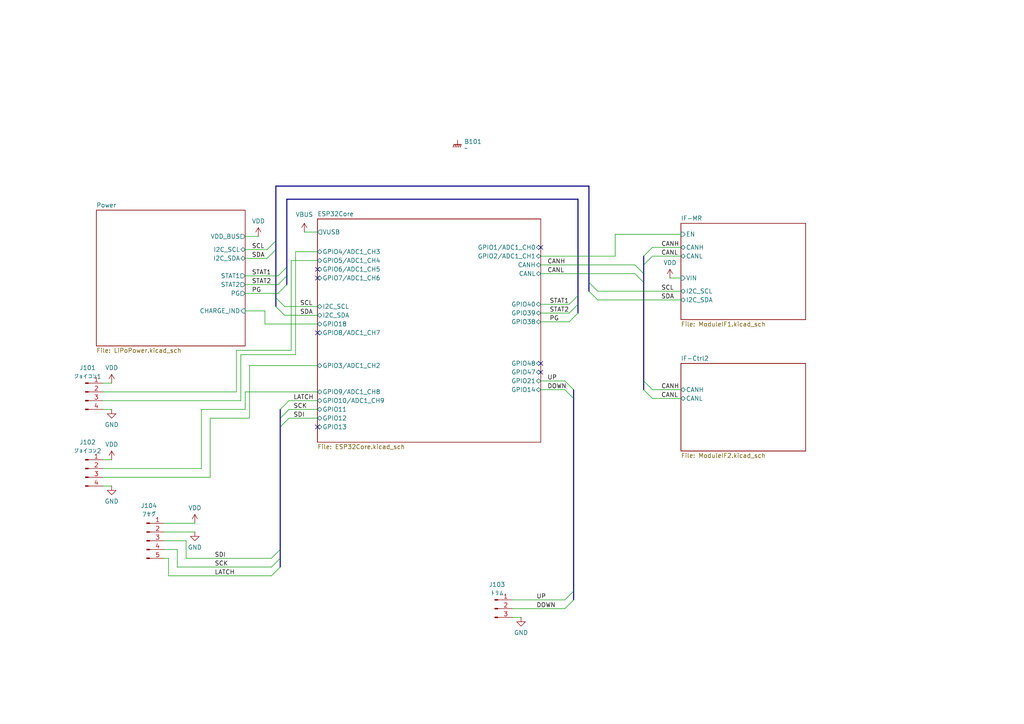
<source format=kicad_sch>
(kicad_sch
	(version 20231120)
	(generator "eeschema")
	(generator_version "8.0")
	(uuid "39a3f286-a766-4612-a8bf-4e53d682d5ae")
	(paper "A4")
	(lib_symbols
		(symbol "Connector:Conn_01x03_Pin"
			(pin_names
				(offset 1.016) hide)
			(exclude_from_sim no)
			(in_bom yes)
			(on_board yes)
			(property "Reference" "J"
				(at 0 5.08 0)
				(effects
					(font
						(size 1.27 1.27)
					)
				)
			)
			(property "Value" "Conn_01x03_Pin"
				(at 0 -5.08 0)
				(effects
					(font
						(size 1.27 1.27)
					)
				)
			)
			(property "Footprint" ""
				(at 0 0 0)
				(effects
					(font
						(size 1.27 1.27)
					)
					(hide yes)
				)
			)
			(property "Datasheet" "~"
				(at 0 0 0)
				(effects
					(font
						(size 1.27 1.27)
					)
					(hide yes)
				)
			)
			(property "Description" "Generic connector, single row, 01x03, script generated"
				(at 0 0 0)
				(effects
					(font
						(size 1.27 1.27)
					)
					(hide yes)
				)
			)
			(property "ki_locked" ""
				(at 0 0 0)
				(effects
					(font
						(size 1.27 1.27)
					)
				)
			)
			(property "ki_keywords" "connector"
				(at 0 0 0)
				(effects
					(font
						(size 1.27 1.27)
					)
					(hide yes)
				)
			)
			(property "ki_fp_filters" "Connector*:*_1x??_*"
				(at 0 0 0)
				(effects
					(font
						(size 1.27 1.27)
					)
					(hide yes)
				)
			)
			(symbol "Conn_01x03_Pin_1_1"
				(polyline
					(pts
						(xy 1.27 -2.54) (xy 0.8636 -2.54)
					)
					(stroke
						(width 0.1524)
						(type default)
					)
					(fill
						(type none)
					)
				)
				(polyline
					(pts
						(xy 1.27 0) (xy 0.8636 0)
					)
					(stroke
						(width 0.1524)
						(type default)
					)
					(fill
						(type none)
					)
				)
				(polyline
					(pts
						(xy 1.27 2.54) (xy 0.8636 2.54)
					)
					(stroke
						(width 0.1524)
						(type default)
					)
					(fill
						(type none)
					)
				)
				(rectangle
					(start 0.8636 -2.413)
					(end 0 -2.667)
					(stroke
						(width 0.1524)
						(type default)
					)
					(fill
						(type outline)
					)
				)
				(rectangle
					(start 0.8636 0.127)
					(end 0 -0.127)
					(stroke
						(width 0.1524)
						(type default)
					)
					(fill
						(type outline)
					)
				)
				(rectangle
					(start 0.8636 2.667)
					(end 0 2.413)
					(stroke
						(width 0.1524)
						(type default)
					)
					(fill
						(type outline)
					)
				)
				(pin passive line
					(at 5.08 2.54 180)
					(length 3.81)
					(name "Pin_1"
						(effects
							(font
								(size 1.27 1.27)
							)
						)
					)
					(number "1"
						(effects
							(font
								(size 1.27 1.27)
							)
						)
					)
				)
				(pin passive line
					(at 5.08 0 180)
					(length 3.81)
					(name "Pin_2"
						(effects
							(font
								(size 1.27 1.27)
							)
						)
					)
					(number "2"
						(effects
							(font
								(size 1.27 1.27)
							)
						)
					)
				)
				(pin passive line
					(at 5.08 -2.54 180)
					(length 3.81)
					(name "Pin_3"
						(effects
							(font
								(size 1.27 1.27)
							)
						)
					)
					(number "3"
						(effects
							(font
								(size 1.27 1.27)
							)
						)
					)
				)
			)
		)
		(symbol "Connector:Conn_01x04_Pin"
			(pin_names
				(offset 1.016) hide)
			(exclude_from_sim no)
			(in_bom yes)
			(on_board yes)
			(property "Reference" "J"
				(at 0 5.08 0)
				(effects
					(font
						(size 1.27 1.27)
					)
				)
			)
			(property "Value" "Conn_01x04_Pin"
				(at 0 -7.62 0)
				(effects
					(font
						(size 1.27 1.27)
					)
				)
			)
			(property "Footprint" ""
				(at 0 0 0)
				(effects
					(font
						(size 1.27 1.27)
					)
					(hide yes)
				)
			)
			(property "Datasheet" "~"
				(at 0 0 0)
				(effects
					(font
						(size 1.27 1.27)
					)
					(hide yes)
				)
			)
			(property "Description" "Generic connector, single row, 01x04, script generated"
				(at 0 0 0)
				(effects
					(font
						(size 1.27 1.27)
					)
					(hide yes)
				)
			)
			(property "ki_locked" ""
				(at 0 0 0)
				(effects
					(font
						(size 1.27 1.27)
					)
				)
			)
			(property "ki_keywords" "connector"
				(at 0 0 0)
				(effects
					(font
						(size 1.27 1.27)
					)
					(hide yes)
				)
			)
			(property "ki_fp_filters" "Connector*:*_1x??_*"
				(at 0 0 0)
				(effects
					(font
						(size 1.27 1.27)
					)
					(hide yes)
				)
			)
			(symbol "Conn_01x04_Pin_1_1"
				(polyline
					(pts
						(xy 1.27 -5.08) (xy 0.8636 -5.08)
					)
					(stroke
						(width 0.1524)
						(type default)
					)
					(fill
						(type none)
					)
				)
				(polyline
					(pts
						(xy 1.27 -2.54) (xy 0.8636 -2.54)
					)
					(stroke
						(width 0.1524)
						(type default)
					)
					(fill
						(type none)
					)
				)
				(polyline
					(pts
						(xy 1.27 0) (xy 0.8636 0)
					)
					(stroke
						(width 0.1524)
						(type default)
					)
					(fill
						(type none)
					)
				)
				(polyline
					(pts
						(xy 1.27 2.54) (xy 0.8636 2.54)
					)
					(stroke
						(width 0.1524)
						(type default)
					)
					(fill
						(type none)
					)
				)
				(rectangle
					(start 0.8636 -4.953)
					(end 0 -5.207)
					(stroke
						(width 0.1524)
						(type default)
					)
					(fill
						(type outline)
					)
				)
				(rectangle
					(start 0.8636 -2.413)
					(end 0 -2.667)
					(stroke
						(width 0.1524)
						(type default)
					)
					(fill
						(type outline)
					)
				)
				(rectangle
					(start 0.8636 0.127)
					(end 0 -0.127)
					(stroke
						(width 0.1524)
						(type default)
					)
					(fill
						(type outline)
					)
				)
				(rectangle
					(start 0.8636 2.667)
					(end 0 2.413)
					(stroke
						(width 0.1524)
						(type default)
					)
					(fill
						(type outline)
					)
				)
				(pin passive line
					(at 5.08 2.54 180)
					(length 3.81)
					(name "Pin_1"
						(effects
							(font
								(size 1.27 1.27)
							)
						)
					)
					(number "1"
						(effects
							(font
								(size 1.27 1.27)
							)
						)
					)
				)
				(pin passive line
					(at 5.08 0 180)
					(length 3.81)
					(name "Pin_2"
						(effects
							(font
								(size 1.27 1.27)
							)
						)
					)
					(number "2"
						(effects
							(font
								(size 1.27 1.27)
							)
						)
					)
				)
				(pin passive line
					(at 5.08 -2.54 180)
					(length 3.81)
					(name "Pin_3"
						(effects
							(font
								(size 1.27 1.27)
							)
						)
					)
					(number "3"
						(effects
							(font
								(size 1.27 1.27)
							)
						)
					)
				)
				(pin passive line
					(at 5.08 -5.08 180)
					(length 3.81)
					(name "Pin_4"
						(effects
							(font
								(size 1.27 1.27)
							)
						)
					)
					(number "4"
						(effects
							(font
								(size 1.27 1.27)
							)
						)
					)
				)
			)
		)
		(symbol "Connector:Conn_01x05_Pin"
			(pin_names
				(offset 1.016) hide)
			(exclude_from_sim no)
			(in_bom yes)
			(on_board yes)
			(property "Reference" "J"
				(at 0 7.62 0)
				(effects
					(font
						(size 1.27 1.27)
					)
				)
			)
			(property "Value" "Conn_01x05_Pin"
				(at 0 -7.62 0)
				(effects
					(font
						(size 1.27 1.27)
					)
				)
			)
			(property "Footprint" ""
				(at 0 0 0)
				(effects
					(font
						(size 1.27 1.27)
					)
					(hide yes)
				)
			)
			(property "Datasheet" "~"
				(at 0 0 0)
				(effects
					(font
						(size 1.27 1.27)
					)
					(hide yes)
				)
			)
			(property "Description" "Generic connector, single row, 01x05, script generated"
				(at 0 0 0)
				(effects
					(font
						(size 1.27 1.27)
					)
					(hide yes)
				)
			)
			(property "ki_locked" ""
				(at 0 0 0)
				(effects
					(font
						(size 1.27 1.27)
					)
				)
			)
			(property "ki_keywords" "connector"
				(at 0 0 0)
				(effects
					(font
						(size 1.27 1.27)
					)
					(hide yes)
				)
			)
			(property "ki_fp_filters" "Connector*:*_1x??_*"
				(at 0 0 0)
				(effects
					(font
						(size 1.27 1.27)
					)
					(hide yes)
				)
			)
			(symbol "Conn_01x05_Pin_1_1"
				(polyline
					(pts
						(xy 1.27 -5.08) (xy 0.8636 -5.08)
					)
					(stroke
						(width 0.1524)
						(type default)
					)
					(fill
						(type none)
					)
				)
				(polyline
					(pts
						(xy 1.27 -2.54) (xy 0.8636 -2.54)
					)
					(stroke
						(width 0.1524)
						(type default)
					)
					(fill
						(type none)
					)
				)
				(polyline
					(pts
						(xy 1.27 0) (xy 0.8636 0)
					)
					(stroke
						(width 0.1524)
						(type default)
					)
					(fill
						(type none)
					)
				)
				(polyline
					(pts
						(xy 1.27 2.54) (xy 0.8636 2.54)
					)
					(stroke
						(width 0.1524)
						(type default)
					)
					(fill
						(type none)
					)
				)
				(polyline
					(pts
						(xy 1.27 5.08) (xy 0.8636 5.08)
					)
					(stroke
						(width 0.1524)
						(type default)
					)
					(fill
						(type none)
					)
				)
				(rectangle
					(start 0.8636 -4.953)
					(end 0 -5.207)
					(stroke
						(width 0.1524)
						(type default)
					)
					(fill
						(type outline)
					)
				)
				(rectangle
					(start 0.8636 -2.413)
					(end 0 -2.667)
					(stroke
						(width 0.1524)
						(type default)
					)
					(fill
						(type outline)
					)
				)
				(rectangle
					(start 0.8636 0.127)
					(end 0 -0.127)
					(stroke
						(width 0.1524)
						(type default)
					)
					(fill
						(type outline)
					)
				)
				(rectangle
					(start 0.8636 2.667)
					(end 0 2.413)
					(stroke
						(width 0.1524)
						(type default)
					)
					(fill
						(type outline)
					)
				)
				(rectangle
					(start 0.8636 5.207)
					(end 0 4.953)
					(stroke
						(width 0.1524)
						(type default)
					)
					(fill
						(type outline)
					)
				)
				(pin passive line
					(at 5.08 5.08 180)
					(length 3.81)
					(name "Pin_1"
						(effects
							(font
								(size 1.27 1.27)
							)
						)
					)
					(number "1"
						(effects
							(font
								(size 1.27 1.27)
							)
						)
					)
				)
				(pin passive line
					(at 5.08 2.54 180)
					(length 3.81)
					(name "Pin_2"
						(effects
							(font
								(size 1.27 1.27)
							)
						)
					)
					(number "2"
						(effects
							(font
								(size 1.27 1.27)
							)
						)
					)
				)
				(pin passive line
					(at 5.08 0 180)
					(length 3.81)
					(name "Pin_3"
						(effects
							(font
								(size 1.27 1.27)
							)
						)
					)
					(number "3"
						(effects
							(font
								(size 1.27 1.27)
							)
						)
					)
				)
				(pin passive line
					(at 5.08 -2.54 180)
					(length 3.81)
					(name "Pin_4"
						(effects
							(font
								(size 1.27 1.27)
							)
						)
					)
					(number "4"
						(effects
							(font
								(size 1.27 1.27)
							)
						)
					)
				)
				(pin passive line
					(at 5.08 -5.08 180)
					(length 3.81)
					(name "Pin_5"
						(effects
							(font
								(size 1.27 1.27)
							)
						)
					)
					(number "5"
						(effects
							(font
								(size 1.27 1.27)
							)
						)
					)
				)
			)
		)
		(symbol "WOBCLibrary:Board"
			(exclude_from_sim no)
			(in_bom yes)
			(on_board yes)
			(property "Reference" "B"
				(at 0 2.54 0)
				(effects
					(font
						(size 1.27 1.27)
					)
				)
			)
			(property "Value" ""
				(at 0 0 0)
				(effects
					(font
						(size 1.27 1.27)
					)
				)
			)
			(property "Footprint" ""
				(at 0 0 0)
				(effects
					(font
						(size 1.27 1.27)
					)
					(hide yes)
				)
			)
			(property "Datasheet" ""
				(at 0 0 0)
				(effects
					(font
						(size 1.27 1.27)
					)
					(hide yes)
				)
			)
			(property "Description" ""
				(at 0 0 0)
				(effects
					(font
						(size 1.27 1.27)
					)
					(hide yes)
				)
			)
			(symbol "Board_0_1"
				(polyline
					(pts
						(xy 0 -1.27) (xy 0 0)
					)
					(stroke
						(width 0)
						(type default)
					)
					(fill
						(type none)
					)
				)
				(polyline
					(pts
						(xy -1.016 -1.27) (xy -1.27 -2.032) (xy -1.27 -2.032)
					)
					(stroke
						(width 0.2032)
						(type default)
					)
					(fill
						(type none)
					)
				)
				(polyline
					(pts
						(xy -0.508 -1.27) (xy -0.762 -2.032) (xy -0.762 -2.032)
					)
					(stroke
						(width 0.2032)
						(type default)
					)
					(fill
						(type none)
					)
				)
				(polyline
					(pts
						(xy 0 -1.27) (xy -0.254 -2.032) (xy -0.254 -2.032)
					)
					(stroke
						(width 0.2032)
						(type default)
					)
					(fill
						(type none)
					)
				)
				(polyline
					(pts
						(xy 0.508 -1.27) (xy 0.254 -2.032) (xy 0.254 -2.032)
					)
					(stroke
						(width 0.2032)
						(type default)
					)
					(fill
						(type none)
					)
				)
				(polyline
					(pts
						(xy 1.016 -1.27) (xy -1.016 -1.27) (xy -1.016 -1.27)
					)
					(stroke
						(width 0.2032)
						(type default)
					)
					(fill
						(type none)
					)
				)
				(polyline
					(pts
						(xy 1.016 -1.27) (xy 0.762 -2.032) (xy 0.762 -2.032) (xy 0.762 -2.032)
					)
					(stroke
						(width 0.2032)
						(type default)
					)
					(fill
						(type none)
					)
				)
			)
			(symbol "Board_1_1"
				(pin power_in line
					(at 0 0 270)
					(length 0) hide
					(name "GND"
						(effects
							(font
								(size 1.27 1.27)
							)
						)
					)
					(number "GND"
						(effects
							(font
								(size 1.27 1.27)
							)
						)
					)
				)
			)
		)
		(symbol "power:GND"
			(power)
			(pin_numbers hide)
			(pin_names
				(offset 0) hide)
			(exclude_from_sim no)
			(in_bom yes)
			(on_board yes)
			(property "Reference" "#PWR"
				(at 0 -6.35 0)
				(effects
					(font
						(size 1.27 1.27)
					)
					(hide yes)
				)
			)
			(property "Value" "GND"
				(at 0 -3.81 0)
				(effects
					(font
						(size 1.27 1.27)
					)
				)
			)
			(property "Footprint" ""
				(at 0 0 0)
				(effects
					(font
						(size 1.27 1.27)
					)
					(hide yes)
				)
			)
			(property "Datasheet" ""
				(at 0 0 0)
				(effects
					(font
						(size 1.27 1.27)
					)
					(hide yes)
				)
			)
			(property "Description" "Power symbol creates a global label with name \"GND\" , ground"
				(at 0 0 0)
				(effects
					(font
						(size 1.27 1.27)
					)
					(hide yes)
				)
			)
			(property "ki_keywords" "global power"
				(at 0 0 0)
				(effects
					(font
						(size 1.27 1.27)
					)
					(hide yes)
				)
			)
			(symbol "GND_0_1"
				(polyline
					(pts
						(xy 0 0) (xy 0 -1.27) (xy 1.27 -1.27) (xy 0 -2.54) (xy -1.27 -1.27) (xy 0 -1.27)
					)
					(stroke
						(width 0)
						(type default)
					)
					(fill
						(type none)
					)
				)
			)
			(symbol "GND_1_1"
				(pin power_in line
					(at 0 0 270)
					(length 0)
					(name "~"
						(effects
							(font
								(size 1.27 1.27)
							)
						)
					)
					(number "1"
						(effects
							(font
								(size 1.27 1.27)
							)
						)
					)
				)
			)
		)
		(symbol "power:VBUS"
			(power)
			(pin_numbers hide)
			(pin_names
				(offset 0) hide)
			(exclude_from_sim no)
			(in_bom yes)
			(on_board yes)
			(property "Reference" "#PWR"
				(at 0 -3.81 0)
				(effects
					(font
						(size 1.27 1.27)
					)
					(hide yes)
				)
			)
			(property "Value" "VBUS"
				(at 0 3.556 0)
				(effects
					(font
						(size 1.27 1.27)
					)
				)
			)
			(property "Footprint" ""
				(at 0 0 0)
				(effects
					(font
						(size 1.27 1.27)
					)
					(hide yes)
				)
			)
			(property "Datasheet" ""
				(at 0 0 0)
				(effects
					(font
						(size 1.27 1.27)
					)
					(hide yes)
				)
			)
			(property "Description" "Power symbol creates a global label with name \"VBUS\""
				(at 0 0 0)
				(effects
					(font
						(size 1.27 1.27)
					)
					(hide yes)
				)
			)
			(property "ki_keywords" "global power"
				(at 0 0 0)
				(effects
					(font
						(size 1.27 1.27)
					)
					(hide yes)
				)
			)
			(symbol "VBUS_0_1"
				(polyline
					(pts
						(xy -0.762 1.27) (xy 0 2.54)
					)
					(stroke
						(width 0)
						(type default)
					)
					(fill
						(type none)
					)
				)
				(polyline
					(pts
						(xy 0 0) (xy 0 2.54)
					)
					(stroke
						(width 0)
						(type default)
					)
					(fill
						(type none)
					)
				)
				(polyline
					(pts
						(xy 0 2.54) (xy 0.762 1.27)
					)
					(stroke
						(width 0)
						(type default)
					)
					(fill
						(type none)
					)
				)
			)
			(symbol "VBUS_1_1"
				(pin power_in line
					(at 0 0 90)
					(length 0)
					(name "~"
						(effects
							(font
								(size 1.27 1.27)
							)
						)
					)
					(number "1"
						(effects
							(font
								(size 1.27 1.27)
							)
						)
					)
				)
			)
		)
		(symbol "power:VDD"
			(power)
			(pin_numbers hide)
			(pin_names
				(offset 0) hide)
			(exclude_from_sim no)
			(in_bom yes)
			(on_board yes)
			(property "Reference" "#PWR"
				(at 0 -3.81 0)
				(effects
					(font
						(size 1.27 1.27)
					)
					(hide yes)
				)
			)
			(property "Value" "VDD"
				(at 0 3.556 0)
				(effects
					(font
						(size 1.27 1.27)
					)
				)
			)
			(property "Footprint" ""
				(at 0 0 0)
				(effects
					(font
						(size 1.27 1.27)
					)
					(hide yes)
				)
			)
			(property "Datasheet" ""
				(at 0 0 0)
				(effects
					(font
						(size 1.27 1.27)
					)
					(hide yes)
				)
			)
			(property "Description" "Power symbol creates a global label with name \"VDD\""
				(at 0 0 0)
				(effects
					(font
						(size 1.27 1.27)
					)
					(hide yes)
				)
			)
			(property "ki_keywords" "global power"
				(at 0 0 0)
				(effects
					(font
						(size 1.27 1.27)
					)
					(hide yes)
				)
			)
			(symbol "VDD_0_1"
				(polyline
					(pts
						(xy -0.762 1.27) (xy 0 2.54)
					)
					(stroke
						(width 0)
						(type default)
					)
					(fill
						(type none)
					)
				)
				(polyline
					(pts
						(xy 0 0) (xy 0 2.54)
					)
					(stroke
						(width 0)
						(type default)
					)
					(fill
						(type none)
					)
				)
				(polyline
					(pts
						(xy 0 2.54) (xy 0.762 1.27)
					)
					(stroke
						(width 0)
						(type default)
					)
					(fill
						(type none)
					)
				)
			)
			(symbol "VDD_1_1"
				(pin power_in line
					(at 0 0 90)
					(length 0)
					(name "~"
						(effects
							(font
								(size 1.27 1.27)
							)
						)
					)
					(number "1"
						(effects
							(font
								(size 1.27 1.27)
							)
						)
					)
				)
			)
		)
	)
	(no_connect
		(at 92.075 96.52)
		(uuid "23e5d612-bcc5-4c63-9b63-afb5698ab0a8")
	)
	(no_connect
		(at 156.845 107.95)
		(uuid "49fce977-bd43-43a5-9173-eea0c1e084ac")
	)
	(no_connect
		(at 156.845 71.755)
		(uuid "a0b9d2c1-857a-4bb1-80e4-dcbc7169563d")
	)
	(no_connect
		(at 156.845 105.41)
		(uuid "a2fa796b-6863-4b38-8943-c411907199a5")
	)
	(no_connect
		(at 92.075 78.105)
		(uuid "b3a20c05-b4f7-4210-860e-b9a4027596be")
	)
	(no_connect
		(at 92.075 80.645)
		(uuid "b9d5624e-2412-4ec9-a40c-e2b99db6ec19")
	)
	(no_connect
		(at 92.075 123.825)
		(uuid "cfddbd2d-1621-4342-96a1-b7e76f694275")
	)
	(bus_entry
		(at 165.1 93.345)
		(size 2.54 -2.54)
		(stroke
			(width 0)
			(type default)
		)
		(uuid "01b66577-d6dc-449a-be43-29c1d87b459f")
	)
	(bus_entry
		(at 80.01 69.85)
		(size -2.54 2.54)
		(stroke
			(width 0)
			(type default)
		)
		(uuid "05c4cf1b-3330-49d9-9b7b-76ab69540619")
	)
	(bus_entry
		(at 170.815 84.455)
		(size 2.54 2.54)
		(stroke
			(width 0)
			(type default)
		)
		(uuid "0f14e709-07e6-419a-8393-ea28bc2c10ed")
	)
	(bus_entry
		(at 186.69 110.49)
		(size 2.54 2.54)
		(stroke
			(width 0)
			(type default)
		)
		(uuid "10b67fae-4d0c-4aaf-a8b5-c0c2204417cf")
	)
	(bus_entry
		(at 80.01 72.39)
		(size -2.54 2.54)
		(stroke
			(width 0)
			(type default)
		)
		(uuid "18b11992-73ee-4063-a783-60895dd69690")
	)
	(bus_entry
		(at 186.69 74.295)
		(size 2.54 -2.54)
		(stroke
			(width 0)
			(type default)
		)
		(uuid "1cee9cf8-fad5-4c54-a61d-c3c5604625f2")
	)
	(bus_entry
		(at 80.645 80.01)
		(size 2.54 -2.54)
		(stroke
			(width 0)
			(type default)
		)
		(uuid "3322192f-b33a-48e7-aa1f-b66556418a24")
	)
	(bus_entry
		(at 78.74 167.005)
		(size 2.54 -2.54)
		(stroke
			(width 0)
			(type default)
		)
		(uuid "33f8ae16-d3ef-4546-951c-54f8f09b1c7a")
	)
	(bus_entry
		(at 186.69 113.03)
		(size 2.54 2.54)
		(stroke
			(width 0)
			(type default)
		)
		(uuid "45d4efec-d082-4be5-8c0c-6b62722f9c25")
	)
	(bus_entry
		(at 80.645 82.55)
		(size 2.54 -2.54)
		(stroke
			(width 0)
			(type default)
		)
		(uuid "4aff64e5-ba7c-4edc-abef-56616434a812")
	)
	(bus_entry
		(at 163.83 176.53)
		(size 2.54 -2.54)
		(stroke
			(width 0)
			(type default)
		)
		(uuid "66d4ac5c-def1-4dd1-a07a-46bed4a6d0b4")
	)
	(bus_entry
		(at 81.28 121.285)
		(size 2.54 -2.54)
		(stroke
			(width 0)
			(type default)
		)
		(uuid "73897d42-c789-4b42-b404-3c6432b8f97c")
	)
	(bus_entry
		(at 184.15 79.375)
		(size 2.54 2.54)
		(stroke
			(width 0)
			(type default)
		)
		(uuid "770d5f72-4ba3-4ce8-b84b-b03a93c4e817")
	)
	(bus_entry
		(at 80.01 88.9)
		(size 2.54 2.54)
		(stroke
			(width 0)
			(type default)
		)
		(uuid "7aad6944-c74a-4a14-b716-db1b87663434")
	)
	(bus_entry
		(at 81.28 118.745)
		(size 2.54 -2.54)
		(stroke
			(width 0)
			(type default)
		)
		(uuid "7ec18576-7cda-4b8d-8242-eb4370da411c")
	)
	(bus_entry
		(at 80.01 86.36)
		(size 2.54 2.54)
		(stroke
			(width 0)
			(type default)
		)
		(uuid "8ddf9b33-5d4c-400d-b5a2-46d8a249203b")
	)
	(bus_entry
		(at 186.69 76.835)
		(size 2.54 -2.54)
		(stroke
			(width 0)
			(type default)
		)
		(uuid "93454ea7-be26-4be8-8195-5fab5318d822")
	)
	(bus_entry
		(at 163.83 110.49)
		(size 2.54 2.54)
		(stroke
			(width 0)
			(type default)
		)
		(uuid "96d0c06e-6f0f-45fd-bab4-79d44e589e76")
	)
	(bus_entry
		(at 165.1 88.265)
		(size 2.54 -2.54)
		(stroke
			(width 0)
			(type default)
		)
		(uuid "9b54c5ab-1881-45f5-bc87-a48c96866f32")
	)
	(bus_entry
		(at 163.83 113.03)
		(size 2.54 2.54)
		(stroke
			(width 0)
			(type default)
		)
		(uuid "ba966562-cf0e-4829-8073-f4bab8818070")
	)
	(bus_entry
		(at 78.74 164.465)
		(size 2.54 -2.54)
		(stroke
			(width 0)
			(type default)
		)
		(uuid "bd8cddd0-6e1e-4f10-b55c-a2acc583d6fc")
	)
	(bus_entry
		(at 163.83 173.99)
		(size 2.54 -2.54)
		(stroke
			(width 0)
			(type default)
		)
		(uuid "d922608b-064a-4b89-ba83-e91c4cdf94eb")
	)
	(bus_entry
		(at 81.28 123.825)
		(size 2.54 -2.54)
		(stroke
			(width 0)
			(type default)
		)
		(uuid "dce69640-82d8-45e2-beff-82d475c655ac")
	)
	(bus_entry
		(at 165.1 90.805)
		(size 2.54 -2.54)
		(stroke
			(width 0)
			(type default)
		)
		(uuid "e14c3342-dcd9-4447-9a46-8e84393fdb4b")
	)
	(bus_entry
		(at 78.74 161.925)
		(size 2.54 -2.54)
		(stroke
			(width 0)
			(type default)
		)
		(uuid "e5086aee-806a-46dc-ba6c-5cb88339bb0a")
	)
	(bus_entry
		(at 80.645 85.09)
		(size 2.54 -2.54)
		(stroke
			(width 0)
			(type default)
		)
		(uuid "ec4a8a70-48f1-4c0b-a01a-27168b9bc3be")
	)
	(bus_entry
		(at 184.15 76.835)
		(size 2.54 2.54)
		(stroke
			(width 0)
			(type default)
		)
		(uuid "eef0d6ee-6bab-4733-9764-bf0bee0513e8")
	)
	(bus_entry
		(at 170.815 81.915)
		(size 2.54 2.54)
		(stroke
			(width 0)
			(type default)
		)
		(uuid "f8657002-a86c-45b4-a775-819517818898")
	)
	(wire
		(pts
			(xy 29.845 111.125) (xy 32.385 111.125)
		)
		(stroke
			(width 0)
			(type default)
		)
		(uuid "00cc4cb5-d570-4029-8817-7b7e152aba7b")
	)
	(wire
		(pts
			(xy 189.23 71.755) (xy 197.485 71.755)
		)
		(stroke
			(width 0)
			(type default)
		)
		(uuid "04e3f890-5ea3-4a59-a9e7-410604cf6a45")
	)
	(wire
		(pts
			(xy 48.895 161.925) (xy 48.895 167.005)
		)
		(stroke
			(width 0)
			(type default)
		)
		(uuid "0708d10c-ed30-41bb-8e9d-c3bae43b873e")
	)
	(wire
		(pts
			(xy 71.12 82.55) (xy 80.645 82.55)
		)
		(stroke
			(width 0)
			(type default)
		)
		(uuid "07a142c0-0f55-4409-ac6b-28d04830e9b3")
	)
	(wire
		(pts
			(xy 53.975 156.845) (xy 53.975 161.925)
		)
		(stroke
			(width 0)
			(type default)
		)
		(uuid "0d463ab5-69f0-48d9-8cad-6c38491dd641")
	)
	(bus
		(pts
			(xy 166.37 171.45) (xy 166.37 173.99)
		)
		(stroke
			(width 0)
			(type default)
		)
		(uuid "0eb11c74-8698-412e-8ad3-6ac0538dcb1b")
	)
	(wire
		(pts
			(xy 68.58 113.665) (xy 29.845 113.665)
		)
		(stroke
			(width 0)
			(type default)
		)
		(uuid "10bde1f8-a2bd-4960-b538-80b84357ca7d")
	)
	(bus
		(pts
			(xy 81.28 123.825) (xy 81.28 159.385)
		)
		(stroke
			(width 0)
			(type default)
		)
		(uuid "13ec0919-4e78-4305-b8ce-0758e196fe55")
	)
	(wire
		(pts
			(xy 51.435 164.465) (xy 78.74 164.465)
		)
		(stroke
			(width 0)
			(type default)
		)
		(uuid "1672971a-f679-4e0e-a4fa-c388f381a285")
	)
	(wire
		(pts
			(xy 71.12 74.93) (xy 77.47 74.93)
		)
		(stroke
			(width 0)
			(type default)
		)
		(uuid "1727c218-0465-45f0-84cc-312e80762aae")
	)
	(bus
		(pts
			(xy 81.28 121.285) (xy 81.28 123.825)
		)
		(stroke
			(width 0)
			(type default)
		)
		(uuid "17ea297d-e76e-40e4-8de6-f977b3235663")
	)
	(wire
		(pts
			(xy 29.845 135.89) (xy 58.42 135.89)
		)
		(stroke
			(width 0)
			(type default)
		)
		(uuid "1841dda7-74e2-4652-8b4f-8f97e7122008")
	)
	(wire
		(pts
			(xy 156.845 79.375) (xy 184.15 79.375)
		)
		(stroke
			(width 0)
			(type default)
		)
		(uuid "185899f0-a389-4532-bf8e-7a5ae4da55dd")
	)
	(wire
		(pts
			(xy 72.39 121.285) (xy 60.96 121.285)
		)
		(stroke
			(width 0)
			(type default)
		)
		(uuid "1fefe139-1f71-4afb-a864-de378631900a")
	)
	(bus
		(pts
			(xy 186.69 76.835) (xy 186.69 79.375)
		)
		(stroke
			(width 0)
			(type default)
		)
		(uuid "2b112ebf-2ab1-4a1a-801f-638786069b5c")
	)
	(wire
		(pts
			(xy 29.845 118.745) (xy 32.385 118.745)
		)
		(stroke
			(width 0)
			(type default)
		)
		(uuid "2b779af9-e31c-4745-af86-143af511b6ab")
	)
	(wire
		(pts
			(xy 148.59 176.53) (xy 163.83 176.53)
		)
		(stroke
			(width 0)
			(type default)
		)
		(uuid "2c57c340-8a37-44e2-b62b-5f1ccbaf31a1")
	)
	(bus
		(pts
			(xy 81.28 118.745) (xy 81.28 121.285)
		)
		(stroke
			(width 0)
			(type default)
		)
		(uuid "3145c1f7-6865-4108-be01-cc9472287316")
	)
	(bus
		(pts
			(xy 166.37 113.03) (xy 166.37 115.57)
		)
		(stroke
			(width 0)
			(type default)
		)
		(uuid "378854cc-5ca1-421b-9ceb-694e8b359ec0")
	)
	(wire
		(pts
			(xy 156.845 76.835) (xy 184.15 76.835)
		)
		(stroke
			(width 0)
			(type default)
		)
		(uuid "3c20086d-23c9-4509-87e9-8c33a06879b6")
	)
	(wire
		(pts
			(xy 58.42 135.89) (xy 58.42 118.745)
		)
		(stroke
			(width 0)
			(type default)
		)
		(uuid "43d4e454-294d-4e9b-8984-1b739577d40d")
	)
	(wire
		(pts
			(xy 85.725 102.87) (xy 85.725 73.025)
		)
		(stroke
			(width 0)
			(type default)
		)
		(uuid "45490c6c-78c6-4429-9fa0-32edee5f702d")
	)
	(wire
		(pts
			(xy 173.355 84.455) (xy 197.485 84.455)
		)
		(stroke
			(width 0)
			(type default)
		)
		(uuid "454e56b7-b26d-4a7a-9ba9-eb1aedbff91e")
	)
	(bus
		(pts
			(xy 80.01 72.39) (xy 80.01 69.85)
		)
		(stroke
			(width 0)
			(type default)
		)
		(uuid "47c7e30a-67ae-4384-9d5b-26b6d38e86d8")
	)
	(bus
		(pts
			(xy 186.69 79.375) (xy 186.69 81.915)
		)
		(stroke
			(width 0)
			(type default)
		)
		(uuid "4835b440-a1cb-4c0c-b627-642335e27382")
	)
	(wire
		(pts
			(xy 148.59 173.99) (xy 163.83 173.99)
		)
		(stroke
			(width 0)
			(type default)
		)
		(uuid "49446089-4855-49b2-b1aa-faaae6c6695f")
	)
	(wire
		(pts
			(xy 71.12 85.09) (xy 80.645 85.09)
		)
		(stroke
			(width 0)
			(type default)
		)
		(uuid "49bcd141-2006-4f27-8018-73df5a0ffe65")
	)
	(wire
		(pts
			(xy 71.12 68.58) (xy 74.93 68.58)
		)
		(stroke
			(width 0)
			(type default)
		)
		(uuid "4a605c45-b7d4-40a9-9ae6-8ebeea10a681")
	)
	(wire
		(pts
			(xy 85.725 73.025) (xy 92.075 73.025)
		)
		(stroke
			(width 0)
			(type default)
		)
		(uuid "56dc7ef4-71cf-49be-8da3-f265fa08a543")
	)
	(wire
		(pts
			(xy 82.55 91.44) (xy 92.075 91.44)
		)
		(stroke
			(width 0)
			(type default)
		)
		(uuid "588c1aa0-8e01-407b-9972-217d71bfba80")
	)
	(wire
		(pts
			(xy 69.85 102.87) (xy 69.85 116.205)
		)
		(stroke
			(width 0)
			(type default)
		)
		(uuid "5af85c7f-5dbd-4b69-924e-0b8c4b01e2bb")
	)
	(bus
		(pts
			(xy 167.64 57.785) (xy 167.64 85.725)
		)
		(stroke
			(width 0)
			(type default)
		)
		(uuid "605cd175-816f-4537-98d2-158ba412fb5a")
	)
	(wire
		(pts
			(xy 84.455 75.565) (xy 92.075 75.565)
		)
		(stroke
			(width 0)
			(type default)
		)
		(uuid "631a7c5c-cf00-478e-bf40-c05ac2c741fe")
	)
	(wire
		(pts
			(xy 189.23 74.295) (xy 197.485 74.295)
		)
		(stroke
			(width 0)
			(type default)
		)
		(uuid "662a2f8f-99d7-47dd-8ec5-d54932d0d70c")
	)
	(wire
		(pts
			(xy 71.12 113.665) (xy 71.12 118.745)
		)
		(stroke
			(width 0)
			(type default)
		)
		(uuid "68680b58-3e4e-4855-80ed-a29210d644cf")
	)
	(wire
		(pts
			(xy 189.23 115.57) (xy 197.485 115.57)
		)
		(stroke
			(width 0)
			(type default)
		)
		(uuid "6a7d6742-4ef4-497c-813d-fc8077ebba4a")
	)
	(wire
		(pts
			(xy 47.625 151.765) (xy 56.515 151.765)
		)
		(stroke
			(width 0)
			(type default)
		)
		(uuid "6bb03559-e0ed-4f51-b326-d21ab7ec1fe9")
	)
	(wire
		(pts
			(xy 76.835 93.98) (xy 76.835 90.17)
		)
		(stroke
			(width 0)
			(type default)
		)
		(uuid "6be985c4-8846-4cf9-a284-08f8281b98b7")
	)
	(wire
		(pts
			(xy 178.435 74.295) (xy 178.435 67.945)
		)
		(stroke
			(width 0)
			(type default)
		)
		(uuid "6c23cd4f-57f2-4348-8a65-532594dcfdd4")
	)
	(wire
		(pts
			(xy 189.23 113.03) (xy 197.485 113.03)
		)
		(stroke
			(width 0)
			(type default)
		)
		(uuid "6f14ceb5-bf52-416f-a598-392b46ee2184")
	)
	(wire
		(pts
			(xy 29.845 140.97) (xy 32.385 140.97)
		)
		(stroke
			(width 0)
			(type default)
		)
		(uuid "72e52291-d806-4386-881a-2a4b019efcd2")
	)
	(bus
		(pts
			(xy 170.815 53.975) (xy 170.815 81.915)
		)
		(stroke
			(width 0)
			(type default)
		)
		(uuid "7438d76f-5f7e-4346-b1b2-3f0eba607133")
	)
	(bus
		(pts
			(xy 80.01 86.36) (xy 80.01 72.39)
		)
		(stroke
			(width 0)
			(type default)
		)
		(uuid "74bf672f-5171-4565-92d0-15010ef256c1")
	)
	(wire
		(pts
			(xy 68.58 101.6) (xy 68.58 113.665)
		)
		(stroke
			(width 0)
			(type default)
		)
		(uuid "74f4ee06-c08f-4821-b7b7-6550b564d27a")
	)
	(wire
		(pts
			(xy 156.845 110.49) (xy 163.83 110.49)
		)
		(stroke
			(width 0)
			(type default)
		)
		(uuid "7554ccb4-8330-46b9-82f4-80a287c7be5c")
	)
	(wire
		(pts
			(xy 92.075 106.045) (xy 72.39 106.045)
		)
		(stroke
			(width 0)
			(type default)
		)
		(uuid "76bdf6a2-8d08-40f0-8d2d-852ae035c795")
	)
	(wire
		(pts
			(xy 71.12 72.39) (xy 77.47 72.39)
		)
		(stroke
			(width 0)
			(type default)
		)
		(uuid "7a06d77d-1d98-4106-9e39-19f8df44a4aa")
	)
	(bus
		(pts
			(xy 80.01 88.9) (xy 80.01 86.36)
		)
		(stroke
			(width 0)
			(type default)
		)
		(uuid "7d182b9d-98f3-4da5-9052-25ea245252b6")
	)
	(wire
		(pts
			(xy 178.435 67.945) (xy 197.485 67.945)
		)
		(stroke
			(width 0)
			(type default)
		)
		(uuid "82f468c7-f375-4f2b-ba5b-f2b8600aa251")
	)
	(wire
		(pts
			(xy 47.625 156.845) (xy 53.975 156.845)
		)
		(stroke
			(width 0)
			(type default)
		)
		(uuid "86260bea-0159-4736-99b1-2350130353d1")
	)
	(wire
		(pts
			(xy 29.845 138.43) (xy 60.96 138.43)
		)
		(stroke
			(width 0)
			(type default)
		)
		(uuid "866a637d-29aa-44c7-867c-6c9397bf33e6")
	)
	(bus
		(pts
			(xy 80.01 69.85) (xy 80.01 53.975)
		)
		(stroke
			(width 0)
			(type default)
		)
		(uuid "87004dcf-4e98-4056-b5ed-dff5b456aab8")
	)
	(wire
		(pts
			(xy 84.455 75.565) (xy 84.455 101.6)
		)
		(stroke
			(width 0)
			(type default)
		)
		(uuid "87a7987a-1327-4e6d-bbbd-8d746b4951be")
	)
	(wire
		(pts
			(xy 83.82 121.285) (xy 92.075 121.285)
		)
		(stroke
			(width 0)
			(type default)
		)
		(uuid "87b4a94c-3ae3-4697-8de1-c2046080d7e1")
	)
	(bus
		(pts
			(xy 186.69 110.49) (xy 186.69 113.03)
		)
		(stroke
			(width 0)
			(type default)
		)
		(uuid "8a9672a4-8300-4e12-92f6-e9aae76105e9")
	)
	(wire
		(pts
			(xy 51.435 159.385) (xy 51.435 164.465)
		)
		(stroke
			(width 0)
			(type default)
		)
		(uuid "9109dc75-6529-40df-adca-86de8e282ebd")
	)
	(bus
		(pts
			(xy 81.28 161.925) (xy 81.28 159.385)
		)
		(stroke
			(width 0)
			(type default)
		)
		(uuid "9322f9f4-26c4-4fac-8b1a-d9b70208b8ee")
	)
	(bus
		(pts
			(xy 167.64 88.265) (xy 167.64 90.805)
		)
		(stroke
			(width 0)
			(type default)
		)
		(uuid "9c318e0f-c2bf-4e9c-bb99-67053ee35bfb")
	)
	(bus
		(pts
			(xy 80.01 53.975) (xy 170.815 53.975)
		)
		(stroke
			(width 0)
			(type default)
		)
		(uuid "9ce33d39-0b27-4fba-9ff4-702393cecf91")
	)
	(wire
		(pts
			(xy 194.31 80.645) (xy 197.485 80.645)
		)
		(stroke
			(width 0)
			(type default)
		)
		(uuid "9f7b456a-feb5-41f5-a3b9-6d801c7ccaba")
	)
	(wire
		(pts
			(xy 76.835 90.17) (xy 71.12 90.17)
		)
		(stroke
			(width 0)
			(type default)
		)
		(uuid "a2c576b0-2ce3-4b03-b712-573c4d7ce789")
	)
	(wire
		(pts
			(xy 82.55 88.9) (xy 92.075 88.9)
		)
		(stroke
			(width 0)
			(type default)
		)
		(uuid "a5358cff-1592-4560-8253-d72b603ff579")
	)
	(wire
		(pts
			(xy 69.85 102.87) (xy 85.725 102.87)
		)
		(stroke
			(width 0)
			(type default)
		)
		(uuid "a53d65f5-d7f4-4e16-bbe4-6261f76115b2")
	)
	(bus
		(pts
			(xy 186.69 74.295) (xy 186.69 76.835)
		)
		(stroke
			(width 0)
			(type default)
		)
		(uuid "a75c385a-f557-4c70-ba13-40ac22e38295")
	)
	(wire
		(pts
			(xy 92.075 93.98) (xy 76.835 93.98)
		)
		(stroke
			(width 0)
			(type default)
		)
		(uuid "aeb65b07-6a64-4ce7-be73-02cf8e4632bd")
	)
	(bus
		(pts
			(xy 170.815 81.915) (xy 170.815 84.455)
		)
		(stroke
			(width 0)
			(type default)
		)
		(uuid "aeb8cbc4-ef46-4b69-b9ad-c003f60014a0")
	)
	(wire
		(pts
			(xy 72.39 106.045) (xy 72.39 121.285)
		)
		(stroke
			(width 0)
			(type default)
		)
		(uuid "b0a7d3da-246d-4c21-91f7-e270f04e5e36")
	)
	(bus
		(pts
			(xy 83.185 80.01) (xy 83.185 82.55)
		)
		(stroke
			(width 0)
			(type default)
		)
		(uuid "b22b819c-d4e0-4c69-b3cb-85ec1a42cdd8")
	)
	(wire
		(pts
			(xy 48.895 167.005) (xy 78.74 167.005)
		)
		(stroke
			(width 0)
			(type default)
		)
		(uuid "b7d19076-5921-41bb-94fb-b79619fc1ea2")
	)
	(wire
		(pts
			(xy 173.355 86.995) (xy 197.485 86.995)
		)
		(stroke
			(width 0)
			(type default)
		)
		(uuid "b98ca5ce-8ea0-4966-83bc-71ce3886a611")
	)
	(wire
		(pts
			(xy 29.845 133.35) (xy 32.385 133.35)
		)
		(stroke
			(width 0)
			(type default)
		)
		(uuid "bab534c9-0518-4642-a401-1a62ff125f53")
	)
	(bus
		(pts
			(xy 186.69 81.915) (xy 186.69 110.49)
		)
		(stroke
			(width 0)
			(type default)
		)
		(uuid "bc10cccb-08e2-4c3e-bea7-d75f30f26aad")
	)
	(wire
		(pts
			(xy 71.12 80.01) (xy 80.645 80.01)
		)
		(stroke
			(width 0)
			(type default)
		)
		(uuid "bca4783d-7ec1-4c19-9c7f-e52f43cad5aa")
	)
	(wire
		(pts
			(xy 47.625 154.305) (xy 56.515 154.305)
		)
		(stroke
			(width 0)
			(type default)
		)
		(uuid "c0833569-7528-4d15-a1b2-2b2d00323857")
	)
	(wire
		(pts
			(xy 53.975 161.925) (xy 78.74 161.925)
		)
		(stroke
			(width 0)
			(type default)
		)
		(uuid "c39a10a1-840f-4083-b809-5bea894f6615")
	)
	(wire
		(pts
			(xy 156.845 113.03) (xy 163.83 113.03)
		)
		(stroke
			(width 0)
			(type default)
		)
		(uuid "c5a845fb-65d1-454c-adaf-0a5c837b219f")
	)
	(wire
		(pts
			(xy 47.625 161.925) (xy 48.895 161.925)
		)
		(stroke
			(width 0)
			(type default)
		)
		(uuid "c5f6ddd9-ec2c-4fd1-8497-dd23c3f0f5f4")
	)
	(bus
		(pts
			(xy 83.185 57.785) (xy 167.64 57.785)
		)
		(stroke
			(width 0)
			(type default)
		)
		(uuid "c769f5b0-2226-4bf4-ab48-bdbada88f82e")
	)
	(wire
		(pts
			(xy 148.59 179.07) (xy 151.13 179.07)
		)
		(stroke
			(width 0)
			(type default)
		)
		(uuid "c9216d75-0ca4-4836-a779-7be7598689bd")
	)
	(wire
		(pts
			(xy 84.455 101.6) (xy 68.58 101.6)
		)
		(stroke
			(width 0)
			(type default)
		)
		(uuid "cd378966-ee46-4441-ba7f-b2346cf7ae54")
	)
	(wire
		(pts
			(xy 156.845 88.265) (xy 165.1 88.265)
		)
		(stroke
			(width 0)
			(type default)
		)
		(uuid "ce8184b9-0a2e-45ee-b6d7-be97b62097c4")
	)
	(wire
		(pts
			(xy 83.82 118.745) (xy 92.075 118.745)
		)
		(stroke
			(width 0)
			(type default)
		)
		(uuid "cff15de3-ebe5-43ee-b25d-4b4034ff788d")
	)
	(wire
		(pts
			(xy 92.075 67.31) (xy 88.265 67.31)
		)
		(stroke
			(width 0)
			(type default)
		)
		(uuid "d21c0cb0-2f28-47be-a2c5-29820265fbf7")
	)
	(wire
		(pts
			(xy 60.96 138.43) (xy 60.96 121.285)
		)
		(stroke
			(width 0)
			(type default)
		)
		(uuid "d776a1f5-8475-405b-b6ac-0bc2ba48e935")
	)
	(wire
		(pts
			(xy 83.82 116.205) (xy 92.075 116.205)
		)
		(stroke
			(width 0)
			(type default)
		)
		(uuid "dfbbb53c-226e-45f0-a962-3872f7207ae9")
	)
	(bus
		(pts
			(xy 83.185 77.47) (xy 83.185 57.785)
		)
		(stroke
			(width 0)
			(type default)
		)
		(uuid "e752f84e-da89-47d8-9975-235546506404")
	)
	(bus
		(pts
			(xy 83.185 77.47) (xy 83.185 80.01)
		)
		(stroke
			(width 0)
			(type default)
		)
		(uuid "e817929c-0293-4202-8a80-094496a57a14")
	)
	(wire
		(pts
			(xy 69.85 116.205) (xy 29.845 116.205)
		)
		(stroke
			(width 0)
			(type default)
		)
		(uuid "ea730d7d-cd27-4f8f-be5c-cfcf2872fdd4")
	)
	(wire
		(pts
			(xy 92.075 113.665) (xy 71.12 113.665)
		)
		(stroke
			(width 0)
			(type default)
		)
		(uuid "edf09b10-0405-4fdf-9083-92b85d09e78f")
	)
	(wire
		(pts
			(xy 156.845 93.345) (xy 165.1 93.345)
		)
		(stroke
			(width 0)
			(type default)
		)
		(uuid "ef648b2b-fa05-4511-a862-b952911dc823")
	)
	(wire
		(pts
			(xy 58.42 118.745) (xy 71.12 118.745)
		)
		(stroke
			(width 0)
			(type default)
		)
		(uuid "f3771557-af85-447e-b237-c9391cbfc869")
	)
	(wire
		(pts
			(xy 47.625 159.385) (xy 51.435 159.385)
		)
		(stroke
			(width 0)
			(type default)
		)
		(uuid "f4054088-bb2e-4457-a7bc-2ebaba6853cf")
	)
	(bus
		(pts
			(xy 81.28 164.465) (xy 81.28 161.925)
		)
		(stroke
			(width 0)
			(type default)
		)
		(uuid "f5d4d6ef-9010-4094-9c4b-859f2e33f161")
	)
	(bus
		(pts
			(xy 166.37 115.57) (xy 166.37 171.45)
		)
		(stroke
			(width 0)
			(type default)
		)
		(uuid "fb1d7672-b5c8-4c8b-bf59-cf05488a712f")
	)
	(wire
		(pts
			(xy 156.845 74.295) (xy 178.435 74.295)
		)
		(stroke
			(width 0)
			(type default)
		)
		(uuid "fd6fa870-dcdd-4713-b865-724c6a60de28")
	)
	(wire
		(pts
			(xy 156.845 90.805) (xy 165.1 90.805)
		)
		(stroke
			(width 0)
			(type default)
		)
		(uuid "feb99384-ad30-4fa6-a0aa-2e20c39a60d1")
	)
	(bus
		(pts
			(xy 167.64 85.725) (xy 167.64 88.265)
		)
		(stroke
			(width 0)
			(type default)
		)
		(uuid "fec5aa2d-da78-4550-9a30-8c0e52e12121")
	)
	(label "PG"
		(at 159.385 93.345 0)
		(fields_autoplaced yes)
		(effects
			(font
				(size 1.27 1.27)
			)
			(justify left bottom)
		)
		(uuid "04166438-3c96-4419-9f2c-c32652f90fda")
	)
	(label "STAT2"
		(at 159.385 90.805 0)
		(fields_autoplaced yes)
		(effects
			(font
				(size 1.27 1.27)
			)
			(justify left bottom)
		)
		(uuid "09378fff-ba49-4aff-abe7-9022cbdf6cb5")
	)
	(label "CANL"
		(at 158.75 79.375 0)
		(fields_autoplaced yes)
		(effects
			(font
				(size 1.27 1.27)
			)
			(justify left bottom)
		)
		(uuid "0a95490d-6f11-48ad-ad4f-313589314d73")
	)
	(label "STAT1"
		(at 73.025 80.01 0)
		(fields_autoplaced yes)
		(effects
			(font
				(size 1.27 1.27)
			)
			(justify left bottom)
		)
		(uuid "12bed415-3542-43a6-8ef9-e7b429be615a")
	)
	(label "SDA"
		(at 191.77 86.995 0)
		(fields_autoplaced yes)
		(effects
			(font
				(size 1.27 1.27)
			)
			(justify left bottom)
		)
		(uuid "246be6ea-686b-4cba-a38d-8464d3dac0af")
	)
	(label "CANH"
		(at 191.77 71.755 0)
		(fields_autoplaced yes)
		(effects
			(font
				(size 1.27 1.27)
			)
			(justify left bottom)
		)
		(uuid "3c2ec5e1-dc9e-4196-a9ef-7cc7c31b52d3")
	)
	(label "DOWN"
		(at 158.75 113.03 0)
		(fields_autoplaced yes)
		(effects
			(font
				(size 1.27 1.27)
			)
			(justify left bottom)
		)
		(uuid "3d9c9a60-9302-47b0-967d-638ad252cb4f")
	)
	(label "LATCH"
		(at 62.23 167.005 0)
		(fields_autoplaced yes)
		(effects
			(font
				(size 1.27 1.27)
			)
			(justify left bottom)
		)
		(uuid "4997c4f0-fe9a-4ed8-9266-92ff616573b1")
	)
	(label "SCK"
		(at 85.09 118.745 0)
		(fields_autoplaced yes)
		(effects
			(font
				(size 1.27 1.27)
			)
			(justify left bottom)
		)
		(uuid "62835d6a-1477-482a-bd6b-7b3dc4fb943e")
	)
	(label "LATCH"
		(at 85.09 116.205 0)
		(fields_autoplaced yes)
		(effects
			(font
				(size 1.27 1.27)
			)
			(justify left bottom)
		)
		(uuid "633ae535-21c8-4500-b34f-58fa0fddec35")
	)
	(label "SDA"
		(at 86.995 91.44 0)
		(fields_autoplaced yes)
		(effects
			(font
				(size 1.27 1.27)
			)
			(justify left bottom)
		)
		(uuid "70ddf9c1-b8b9-45d6-969c-70964493b2d8")
	)
	(label "SCL"
		(at 191.77 84.455 0)
		(fields_autoplaced yes)
		(effects
			(font
				(size 1.27 1.27)
			)
			(justify left bottom)
		)
		(uuid "7704c183-2513-470c-8604-315a152efa4e")
	)
	(label "SCK"
		(at 62.23 164.465 0)
		(fields_autoplaced yes)
		(effects
			(font
				(size 1.27 1.27)
			)
			(justify left bottom)
		)
		(uuid "7c897dbe-0c2e-4185-9e60-2993bbfbf717")
	)
	(label "PG"
		(at 73.025 85.09 0)
		(fields_autoplaced yes)
		(effects
			(font
				(size 1.27 1.27)
			)
			(justify left bottom)
		)
		(uuid "8a5466c1-8faf-47c4-8710-7cd5569485ed")
	)
	(label "SDA"
		(at 73.025 74.93 0)
		(fields_autoplaced yes)
		(effects
			(font
				(size 1.27 1.27)
			)
			(justify left bottom)
		)
		(uuid "a008d4e2-3440-4ece-b6c0-52561a3c84ae")
	)
	(label "SCL"
		(at 86.995 88.9 0)
		(fields_autoplaced yes)
		(effects
			(font
				(size 1.27 1.27)
			)
			(justify left bottom)
		)
		(uuid "a61b2cc7-48fc-4861-b578-fe1d57f4cef2")
	)
	(label "CANL"
		(at 191.77 115.57 0)
		(fields_autoplaced yes)
		(effects
			(font
				(size 1.27 1.27)
			)
			(justify left bottom)
		)
		(uuid "a7437d32-392f-41a9-af58-000f235139aa")
	)
	(label "SCL"
		(at 73.025 72.39 0)
		(fields_autoplaced yes)
		(effects
			(font
				(size 1.27 1.27)
			)
			(justify left bottom)
		)
		(uuid "abd41bce-7057-43a6-bb11-788221cc9f55")
	)
	(label "SDI"
		(at 62.23 161.925 0)
		(fields_autoplaced yes)
		(effects
			(font
				(size 1.27 1.27)
			)
			(justify left bottom)
		)
		(uuid "b7a55c88-c4fa-4b86-bdf3-1f4f5be6cd5d")
	)
	(label "UP"
		(at 155.575 173.99 0)
		(fields_autoplaced yes)
		(effects
			(font
				(size 1.27 1.27)
			)
			(justify left bottom)
		)
		(uuid "bf9a4b4f-1276-4824-854f-df9abb5b66f1")
	)
	(label "STAT2"
		(at 73.025 82.55 0)
		(fields_autoplaced yes)
		(effects
			(font
				(size 1.27 1.27)
			)
			(justify left bottom)
		)
		(uuid "c1c9c668-fc08-45c2-97e9-689f30eadcb7")
	)
	(label "CANL"
		(at 191.77 74.295 0)
		(fields_autoplaced yes)
		(effects
			(font
				(size 1.27 1.27)
			)
			(justify left bottom)
		)
		(uuid "c1ce63ce-1cb4-4aae-8bdf-1fbbf5051c10")
	)
	(label "DOWN"
		(at 155.575 176.53 0)
		(fields_autoplaced yes)
		(effects
			(font
				(size 1.27 1.27)
			)
			(justify left bottom)
		)
		(uuid "c6a2ac01-338d-41e1-8e4f-9e678dcb2c4e")
	)
	(label "SDI"
		(at 85.09 121.285 0)
		(fields_autoplaced yes)
		(effects
			(font
				(size 1.27 1.27)
			)
			(justify left bottom)
		)
		(uuid "c88fc670-a97e-4a7f-9fa4-6cb49a5315c0")
	)
	(label "STAT1"
		(at 159.385 88.265 0)
		(fields_autoplaced yes)
		(effects
			(font
				(size 1.27 1.27)
			)
			(justify left bottom)
		)
		(uuid "ce88a1ff-e987-4dc2-8d01-1ed18259c8bc")
	)
	(label "CANH"
		(at 191.77 113.03 0)
		(fields_autoplaced yes)
		(effects
			(font
				(size 1.27 1.27)
			)
			(justify left bottom)
		)
		(uuid "dc92e61d-1c5d-4f43-bcdd-2246e73750b8")
	)
	(label "CANH"
		(at 158.75 76.835 0)
		(fields_autoplaced yes)
		(effects
			(font
				(size 1.27 1.27)
			)
			(justify left bottom)
		)
		(uuid "eaa49b5e-e174-4d6b-b05c-5537c668b02d")
	)
	(label "UP"
		(at 158.75 110.49 0)
		(fields_autoplaced yes)
		(effects
			(font
				(size 1.27 1.27)
			)
			(justify left bottom)
		)
		(uuid "ec709114-1dfe-4e58-8f15-d55dc390d681")
	)
	(symbol
		(lib_id "power:GND")
		(at 32.385 118.745 0)
		(unit 1)
		(exclude_from_sim no)
		(in_bom yes)
		(on_board yes)
		(dnp no)
		(uuid "0cc734a9-d325-4bff-8bd4-8cd2a760ec6b")
		(property "Reference" "#PWR0102"
			(at 32.385 125.095 0)
			(effects
				(font
					(size 1.27 1.27)
				)
				(hide yes)
			)
		)
		(property "Value" "GND"
			(at 32.385 123.19 0)
			(effects
				(font
					(size 1.27 1.27)
				)
			)
		)
		(property "Footprint" ""
			(at 32.385 118.745 0)
			(effects
				(font
					(size 1.27 1.27)
				)
				(hide yes)
			)
		)
		(property "Datasheet" ""
			(at 32.385 118.745 0)
			(effects
				(font
					(size 1.27 1.27)
				)
				(hide yes)
			)
		)
		(property "Description" "Power symbol creates a global label with name \"GND\" , ground"
			(at 32.385 118.745 0)
			(effects
				(font
					(size 1.27 1.27)
				)
				(hide yes)
			)
		)
		(pin "1"
			(uuid "44377b06-7355-4f3c-a90a-5d8acccd10e5")
		)
		(instances
			(project ""
				(path "/39a3f286-a766-4612-a8bf-4e53d682d5ae"
					(reference "#PWR0102")
					(unit 1)
				)
			)
		)
	)
	(symbol
		(lib_id "Connector:Conn_01x03_Pin")
		(at 143.51 176.53 0)
		(unit 1)
		(exclude_from_sim no)
		(in_bom yes)
		(on_board yes)
		(dnp no)
		(fields_autoplaced yes)
		(uuid "39626bc3-0584-441b-af03-dc2eaf4f9cd9")
		(property "Reference" "J103"
			(at 144.145 169.545 0)
			(effects
				(font
					(size 1.27 1.27)
				)
			)
		)
		(property "Value" "トリム"
			(at 144.145 172.085 0)
			(effects
				(font
					(size 1.27 1.27)
				)
			)
		)
		(property "Footprint" "Connector_JST:JST_XA_B03B-XASK-1_1x03_P2.50mm_Vertical"
			(at 143.51 176.53 0)
			(effects
				(font
					(size 1.27 1.27)
				)
				(hide yes)
			)
		)
		(property "Datasheet" "~"
			(at 143.51 176.53 0)
			(effects
				(font
					(size 1.27 1.27)
				)
				(hide yes)
			)
		)
		(property "Description" "Generic connector, single row, 01x03, script generated"
			(at 143.51 176.53 0)
			(effects
				(font
					(size 1.27 1.27)
				)
				(hide yes)
			)
		)
		(pin "3"
			(uuid "2ad89626-d8e6-430b-be5d-64518cc9abb6")
		)
		(pin "2"
			(uuid "b3c84569-b1fb-4da4-9ffe-d0e913484c64")
		)
		(pin "1"
			(uuid "648aa9d4-5de5-4e0c-87bb-db74f75f3646")
		)
		(instances
			(project ""
				(path "/39a3f286-a766-4612-a8bf-4e53d682d5ae"
					(reference "J103")
					(unit 1)
				)
			)
		)
	)
	(symbol
		(lib_id "Connector:Conn_01x04_Pin")
		(at 24.765 113.665 0)
		(unit 1)
		(exclude_from_sim no)
		(in_bom yes)
		(on_board yes)
		(dnp no)
		(fields_autoplaced yes)
		(uuid "556c4f31-fc9c-4389-801a-5a5238c736b5")
		(property "Reference" "J101"
			(at 25.4 106.68 0)
			(effects
				(font
					(size 1.27 1.27)
				)
			)
		)
		(property "Value" "ジョイコン1"
			(at 25.4 109.22 0)
			(effects
				(font
					(size 1.27 1.27)
				)
			)
		)
		(property "Footprint" "Connector_JST:JST_XA_S04B-XASK-1N-BN_1x04_P2.50mm_Horizontal"
			(at 24.765 113.665 0)
			(effects
				(font
					(size 1.27 1.27)
				)
				(hide yes)
			)
		)
		(property "Datasheet" "~"
			(at 24.765 113.665 0)
			(effects
				(font
					(size 1.27 1.27)
				)
				(hide yes)
			)
		)
		(property "Description" "Generic connector, single row, 01x04, script generated"
			(at 24.765 113.665 0)
			(effects
				(font
					(size 1.27 1.27)
				)
				(hide yes)
			)
		)
		(pin "4"
			(uuid "76e844d9-8a13-4257-ab93-7d996c9f2187")
		)
		(pin "2"
			(uuid "0c6f4217-d5b7-4d1c-9dbe-10d16aaaf6cc")
		)
		(pin "3"
			(uuid "33f38707-7f70-4c8e-b647-26763d59021a")
		)
		(pin "1"
			(uuid "ccebb333-443f-410d-af97-e0084acf8fd2")
		)
		(instances
			(project ""
				(path "/39a3f286-a766-4612-a8bf-4e53d682d5ae"
					(reference "J101")
					(unit 1)
				)
			)
		)
	)
	(symbol
		(lib_id "WOBCLibrary:Board")
		(at 132.715 40.64 0)
		(unit 1)
		(exclude_from_sim no)
		(in_bom yes)
		(on_board yes)
		(dnp no)
		(fields_autoplaced yes)
		(uuid "61e943fd-c044-43e0-9a4e-ee9c4e912fcd")
		(property "Reference" "B101"
			(at 134.62 41.0717 0)
			(effects
				(font
					(size 1.27 1.27)
				)
				(justify left)
			)
		)
		(property "Value" "~"
			(at 134.62 42.9768 0)
			(effects
				(font
					(size 1.27 1.27)
				)
				(justify left)
			)
		)
		(property "Footprint" "WOBCLibrary:Board_1U_60x60"
			(at 132.715 40.64 0)
			(effects
				(font
					(size 1.27 1.27)
				)
				(hide yes)
			)
		)
		(property "Datasheet" ""
			(at 132.715 40.64 0)
			(effects
				(font
					(size 1.27 1.27)
				)
				(hide yes)
			)
		)
		(property "Description" ""
			(at 132.715 40.64 0)
			(effects
				(font
					(size 1.27 1.27)
				)
				(hide yes)
			)
		)
		(pin "GND"
			(uuid "0ba47e57-316a-45e4-8938-47775eef4c0a")
		)
		(instances
			(project ""
				(path "/39a3f286-a766-4612-a8bf-4e53d682d5ae"
					(reference "B101")
					(unit 1)
				)
			)
		)
	)
	(symbol
		(lib_id "power:VDD")
		(at 32.385 133.35 0)
		(unit 1)
		(exclude_from_sim no)
		(in_bom yes)
		(on_board yes)
		(dnp no)
		(fields_autoplaced yes)
		(uuid "79b98d24-286d-4035-9e82-2ac9163f9463")
		(property "Reference" "#PWR0103"
			(at 32.385 137.16 0)
			(effects
				(font
					(size 1.27 1.27)
				)
				(hide yes)
			)
		)
		(property "Value" "VDD"
			(at 32.385 128.905 0)
			(effects
				(font
					(size 1.27 1.27)
				)
			)
		)
		(property "Footprint" ""
			(at 32.385 133.35 0)
			(effects
				(font
					(size 1.27 1.27)
				)
				(hide yes)
			)
		)
		(property "Datasheet" ""
			(at 32.385 133.35 0)
			(effects
				(font
					(size 1.27 1.27)
				)
				(hide yes)
			)
		)
		(property "Description" "Power symbol creates a global label with name \"VDD\""
			(at 32.385 133.35 0)
			(effects
				(font
					(size 1.27 1.27)
				)
				(hide yes)
			)
		)
		(pin "1"
			(uuid "9068e526-cd00-45d8-8e99-6cea87dcbc1e")
		)
		(instances
			(project "Tri.Ctrl1"
				(path "/39a3f286-a766-4612-a8bf-4e53d682d5ae"
					(reference "#PWR0103")
					(unit 1)
				)
			)
		)
	)
	(symbol
		(lib_id "power:GND")
		(at 151.13 179.07 0)
		(unit 1)
		(exclude_from_sim no)
		(in_bom yes)
		(on_board yes)
		(dnp no)
		(fields_autoplaced yes)
		(uuid "822dca3d-1870-4822-a92b-c96abca24f83")
		(property "Reference" "#PWR0106"
			(at 151.13 185.42 0)
			(effects
				(font
					(size 1.27 1.27)
				)
				(hide yes)
			)
		)
		(property "Value" "GND"
			(at 151.13 183.515 0)
			(effects
				(font
					(size 1.27 1.27)
				)
			)
		)
		(property "Footprint" ""
			(at 151.13 179.07 0)
			(effects
				(font
					(size 1.27 1.27)
				)
				(hide yes)
			)
		)
		(property "Datasheet" ""
			(at 151.13 179.07 0)
			(effects
				(font
					(size 1.27 1.27)
				)
				(hide yes)
			)
		)
		(property "Description" "Power symbol creates a global label with name \"GND\" , ground"
			(at 151.13 179.07 0)
			(effects
				(font
					(size 1.27 1.27)
				)
				(hide yes)
			)
		)
		(pin "1"
			(uuid "f46bd478-8237-4957-bfe3-d6cfcef5b9b7")
		)
		(instances
			(project ""
				(path "/39a3f286-a766-4612-a8bf-4e53d682d5ae"
					(reference "#PWR0106")
					(unit 1)
				)
			)
		)
	)
	(symbol
		(lib_id "power:GND")
		(at 56.515 154.305 0)
		(unit 1)
		(exclude_from_sim no)
		(in_bom yes)
		(on_board yes)
		(dnp no)
		(fields_autoplaced yes)
		(uuid "a08afa36-7cf1-4fe0-8caa-f8aaef1d5326")
		(property "Reference" "#PWR0108"
			(at 56.515 160.655 0)
			(effects
				(font
					(size 1.27 1.27)
				)
				(hide yes)
			)
		)
		(property "Value" "GND"
			(at 56.515 158.75 0)
			(effects
				(font
					(size 1.27 1.27)
				)
			)
		)
		(property "Footprint" ""
			(at 56.515 154.305 0)
			(effects
				(font
					(size 1.27 1.27)
				)
				(hide yes)
			)
		)
		(property "Datasheet" ""
			(at 56.515 154.305 0)
			(effects
				(font
					(size 1.27 1.27)
				)
				(hide yes)
			)
		)
		(property "Description" "Power symbol creates a global label with name \"GND\" , ground"
			(at 56.515 154.305 0)
			(effects
				(font
					(size 1.27 1.27)
				)
				(hide yes)
			)
		)
		(pin "1"
			(uuid "c3d9ebb6-480c-4c90-9349-57e57446efe2")
		)
		(instances
			(project ""
				(path "/39a3f286-a766-4612-a8bf-4e53d682d5ae"
					(reference "#PWR0108")
					(unit 1)
				)
			)
		)
	)
	(symbol
		(lib_id "Connector:Conn_01x04_Pin")
		(at 24.765 135.89 0)
		(unit 1)
		(exclude_from_sim no)
		(in_bom yes)
		(on_board yes)
		(dnp no)
		(fields_autoplaced yes)
		(uuid "aee404e3-8c64-4ac0-8eab-a1aafce7a470")
		(property "Reference" "J102"
			(at 25.4 128.27 0)
			(effects
				(font
					(size 1.27 1.27)
				)
			)
		)
		(property "Value" "ジョイコン2"
			(at 25.4 130.81 0)
			(effects
				(font
					(size 1.27 1.27)
				)
			)
		)
		(property "Footprint" "Connector_JST:JST_XA_S04B-XASK-1N-BN_1x04_P2.50mm_Horizontal"
			(at 24.765 135.89 0)
			(effects
				(font
					(size 1.27 1.27)
				)
				(hide yes)
			)
		)
		(property "Datasheet" "~"
			(at 24.765 135.89 0)
			(effects
				(font
					(size 1.27 1.27)
				)
				(hide yes)
			)
		)
		(property "Description" "Generic connector, single row, 01x04, script generated"
			(at 24.765 135.89 0)
			(effects
				(font
					(size 1.27 1.27)
				)
				(hide yes)
			)
		)
		(pin "1"
			(uuid "1fab9064-6177-4c54-94d8-4d7f17c9990f")
		)
		(pin "4"
			(uuid "5c4aff1e-d5b9-4f7b-9644-39b1eb479054")
		)
		(pin "3"
			(uuid "b8914101-370a-4096-8fdb-112652ad5415")
		)
		(pin "2"
			(uuid "3ddeaa1e-e20e-4baf-bbf9-fec2f27192c6")
		)
		(instances
			(project ""
				(path "/39a3f286-a766-4612-a8bf-4e53d682d5ae"
					(reference "J102")
					(unit 1)
				)
			)
		)
	)
	(symbol
		(lib_id "power:VDD")
		(at 32.385 111.125 0)
		(unit 1)
		(exclude_from_sim no)
		(in_bom yes)
		(on_board yes)
		(dnp no)
		(fields_autoplaced yes)
		(uuid "c033162e-5c4f-46a1-9877-aaccfb17de4b")
		(property "Reference" "#PWR0101"
			(at 32.385 114.935 0)
			(effects
				(font
					(size 1.27 1.27)
				)
				(hide yes)
			)
		)
		(property "Value" "VDD"
			(at 32.385 106.68 0)
			(effects
				(font
					(size 1.27 1.27)
				)
			)
		)
		(property "Footprint" ""
			(at 32.385 111.125 0)
			(effects
				(font
					(size 1.27 1.27)
				)
				(hide yes)
			)
		)
		(property "Datasheet" ""
			(at 32.385 111.125 0)
			(effects
				(font
					(size 1.27 1.27)
				)
				(hide yes)
			)
		)
		(property "Description" "Power symbol creates a global label with name \"VDD\""
			(at 32.385 111.125 0)
			(effects
				(font
					(size 1.27 1.27)
				)
				(hide yes)
			)
		)
		(pin "1"
			(uuid "d668ecc9-9349-4850-8de7-5e8b08e3fe37")
		)
		(instances
			(project ""
				(path "/39a3f286-a766-4612-a8bf-4e53d682d5ae"
					(reference "#PWR0101")
					(unit 1)
				)
			)
		)
	)
	(symbol
		(lib_id "power:VDD")
		(at 74.93 68.58 0)
		(unit 1)
		(exclude_from_sim no)
		(in_bom yes)
		(on_board yes)
		(dnp no)
		(fields_autoplaced yes)
		(uuid "c4725916-4300-4384-b021-71af466dc747")
		(property "Reference" "#PWR0105"
			(at 74.93 72.39 0)
			(effects
				(font
					(size 1.27 1.27)
				)
				(hide yes)
			)
		)
		(property "Value" "VDD"
			(at 74.93 64.135 0)
			(effects
				(font
					(size 1.27 1.27)
				)
			)
		)
		(property "Footprint" ""
			(at 74.93 68.58 0)
			(effects
				(font
					(size 1.27 1.27)
				)
				(hide yes)
			)
		)
		(property "Datasheet" ""
			(at 74.93 68.58 0)
			(effects
				(font
					(size 1.27 1.27)
				)
				(hide yes)
			)
		)
		(property "Description" "Power symbol creates a global label with name \"VDD\""
			(at 74.93 68.58 0)
			(effects
				(font
					(size 1.27 1.27)
				)
				(hide yes)
			)
		)
		(pin "1"
			(uuid "7b792bbb-26f6-4fd2-96a2-3b2ae29c981f")
		)
		(instances
			(project "Tri.Ctrl1"
				(path "/39a3f286-a766-4612-a8bf-4e53d682d5ae"
					(reference "#PWR0105")
					(unit 1)
				)
			)
		)
	)
	(symbol
		(lib_id "Connector:Conn_01x05_Pin")
		(at 42.545 156.845 0)
		(unit 1)
		(exclude_from_sim no)
		(in_bom yes)
		(on_board yes)
		(dnp no)
		(fields_autoplaced yes)
		(uuid "cec2fcca-d128-48ef-a70b-f1dd30f60b45")
		(property "Reference" "J104"
			(at 43.18 146.685 0)
			(effects
				(font
					(size 1.27 1.27)
				)
			)
		)
		(property "Value" "7セグ"
			(at 43.18 149.225 0)
			(effects
				(font
					(size 1.27 1.27)
				)
			)
		)
		(property "Footprint" "Connector_JST:JST_XA_B05B-XASK-1_1x05_P2.50mm_Vertical"
			(at 42.545 156.845 0)
			(effects
				(font
					(size 1.27 1.27)
				)
				(hide yes)
			)
		)
		(property "Datasheet" "~"
			(at 42.545 156.845 0)
			(effects
				(font
					(size 1.27 1.27)
				)
				(hide yes)
			)
		)
		(property "Description" "Generic connector, single row, 01x05, script generated"
			(at 42.545 156.845 0)
			(effects
				(font
					(size 1.27 1.27)
				)
				(hide yes)
			)
		)
		(pin "2"
			(uuid "c28c7314-59ba-40ee-908d-9c9e9b8d8d3c")
		)
		(pin "5"
			(uuid "1f90ef01-5e1a-4bf7-8800-be017691ea11")
		)
		(pin "1"
			(uuid "3c42ea6d-1215-4b28-b87c-9606901b360a")
		)
		(pin "4"
			(uuid "eaf358ea-7a16-452d-82c9-930b889ceef8")
		)
		(pin "3"
			(uuid "a7946c50-c482-4b2b-8648-af8460218325")
		)
		(instances
			(project ""
				(path "/39a3f286-a766-4612-a8bf-4e53d682d5ae"
					(reference "J104")
					(unit 1)
				)
			)
		)
	)
	(symbol
		(lib_id "power:VDD")
		(at 194.31 80.645 0)
		(unit 1)
		(exclude_from_sim no)
		(in_bom yes)
		(on_board yes)
		(dnp no)
		(fields_autoplaced yes)
		(uuid "da7ede59-200a-4aee-a0bb-139299cad72b")
		(property "Reference" "#PWR0110"
			(at 194.31 84.455 0)
			(effects
				(font
					(size 1.27 1.27)
				)
				(hide yes)
			)
		)
		(property "Value" "VDD"
			(at 194.31 76.2 0)
			(effects
				(font
					(size 1.27 1.27)
				)
			)
		)
		(property "Footprint" ""
			(at 194.31 80.645 0)
			(effects
				(font
					(size 1.27 1.27)
				)
				(hide yes)
			)
		)
		(property "Datasheet" ""
			(at 194.31 80.645 0)
			(effects
				(font
					(size 1.27 1.27)
				)
				(hide yes)
			)
		)
		(property "Description" "Power symbol creates a global label with name \"VDD\""
			(at 194.31 80.645 0)
			(effects
				(font
					(size 1.27 1.27)
				)
				(hide yes)
			)
		)
		(pin "1"
			(uuid "de9d5f0f-f99e-488f-aef1-cebda995a3cd")
		)
		(instances
			(project ""
				(path "/39a3f286-a766-4612-a8bf-4e53d682d5ae"
					(reference "#PWR0110")
					(unit 1)
				)
			)
		)
	)
	(symbol
		(lib_id "power:GND")
		(at 32.385 140.97 0)
		(unit 1)
		(exclude_from_sim no)
		(in_bom yes)
		(on_board yes)
		(dnp no)
		(fields_autoplaced yes)
		(uuid "e5d00a42-3b73-45fb-ba2a-23b10fb790cc")
		(property "Reference" "#PWR0104"
			(at 32.385 147.32 0)
			(effects
				(font
					(size 1.27 1.27)
				)
				(hide yes)
			)
		)
		(property "Value" "GND"
			(at 32.385 145.415 0)
			(effects
				(font
					(size 1.27 1.27)
				)
			)
		)
		(property "Footprint" ""
			(at 32.385 140.97 0)
			(effects
				(font
					(size 1.27 1.27)
				)
				(hide yes)
			)
		)
		(property "Datasheet" ""
			(at 32.385 140.97 0)
			(effects
				(font
					(size 1.27 1.27)
				)
				(hide yes)
			)
		)
		(property "Description" "Power symbol creates a global label with name \"GND\" , ground"
			(at 32.385 140.97 0)
			(effects
				(font
					(size 1.27 1.27)
				)
				(hide yes)
			)
		)
		(pin "1"
			(uuid "71cc7f9a-8b6c-4139-8b11-e92d2809ad25")
		)
		(instances
			(project "Tri.Ctrl1"
				(path "/39a3f286-a766-4612-a8bf-4e53d682d5ae"
					(reference "#PWR0104")
					(unit 1)
				)
			)
		)
	)
	(symbol
		(lib_id "power:VBUS")
		(at 88.265 67.31 0)
		(unit 1)
		(exclude_from_sim no)
		(in_bom yes)
		(on_board yes)
		(dnp no)
		(fields_autoplaced yes)
		(uuid "eeada74d-eca1-42ce-a274-9fbc606fa22e")
		(property "Reference" "#PWR0109"
			(at 88.265 71.12 0)
			(effects
				(font
					(size 1.27 1.27)
				)
				(hide yes)
			)
		)
		(property "Value" "VBUS"
			(at 88.265 62.23 0)
			(effects
				(font
					(size 1.27 1.27)
				)
			)
		)
		(property "Footprint" ""
			(at 88.265 67.31 0)
			(effects
				(font
					(size 1.27 1.27)
				)
				(hide yes)
			)
		)
		(property "Datasheet" ""
			(at 88.265 67.31 0)
			(effects
				(font
					(size 1.27 1.27)
				)
				(hide yes)
			)
		)
		(property "Description" "Power symbol creates a global label with name \"VBUS\""
			(at 88.265 67.31 0)
			(effects
				(font
					(size 1.27 1.27)
				)
				(hide yes)
			)
		)
		(pin "1"
			(uuid "e76f5893-e165-4197-9100-75236b0975ab")
		)
		(instances
			(project ""
				(path "/39a3f286-a766-4612-a8bf-4e53d682d5ae"
					(reference "#PWR0109")
					(unit 1)
				)
			)
		)
	)
	(symbol
		(lib_id "power:VDD")
		(at 56.515 151.765 0)
		(unit 1)
		(exclude_from_sim no)
		(in_bom yes)
		(on_board yes)
		(dnp no)
		(fields_autoplaced yes)
		(uuid "ef8965df-77cd-4f2b-a293-5583a8145e88")
		(property "Reference" "#PWR0107"
			(at 56.515 155.575 0)
			(effects
				(font
					(size 1.27 1.27)
				)
				(hide yes)
			)
		)
		(property "Value" "VDD"
			(at 56.515 147.32 0)
			(effects
				(font
					(size 1.27 1.27)
				)
			)
		)
		(property "Footprint" ""
			(at 56.515 151.765 0)
			(effects
				(font
					(size 1.27 1.27)
				)
				(hide yes)
			)
		)
		(property "Datasheet" ""
			(at 56.515 151.765 0)
			(effects
				(font
					(size 1.27 1.27)
				)
				(hide yes)
			)
		)
		(property "Description" "Power symbol creates a global label with name \"VDD\""
			(at 56.515 151.765 0)
			(effects
				(font
					(size 1.27 1.27)
				)
				(hide yes)
			)
		)
		(pin "1"
			(uuid "d5d49f66-49c5-4108-8d9c-f19b5fc2f4ae")
		)
		(instances
			(project ""
				(path "/39a3f286-a766-4612-a8bf-4e53d682d5ae"
					(reference "#PWR0107")
					(unit 1)
				)
			)
		)
	)
	(sheet
		(at 92.075 63.5)
		(size 64.77 64.77)
		(fields_autoplaced yes)
		(stroke
			(width 0.1524)
			(type solid)
		)
		(fill
			(color 0 0 0 0.0000)
		)
		(uuid "1898ea38-721a-49a2-9aa0-3e0296a93858")
		(property "Sheetname" "ESP32Core"
			(at 92.075 62.7884 0)
			(effects
				(font
					(size 1.27 1.27)
				)
				(justify left bottom)
			)
		)
		(property "Sheetfile" "ESP32Core.kicad_sch"
			(at 92.075 128.8546 0)
			(effects
				(font
					(size 1.27 1.27)
				)
				(justify left top)
			)
		)
		(pin "GPIO3{slash}ADC1_CH2" bidirectional
			(at 92.075 106.045 180)
			(effects
				(font
					(size 1.27 1.27)
				)
				(justify left)
			)
			(uuid "81ece415-b0fd-49f7-9c93-7ffcecfc92b1")
		)
		(pin "GPIO2{slash}ADC1_CH1" bidirectional
			(at 156.845 74.295 0)
			(effects
				(font
					(size 1.27 1.27)
				)
				(justify right)
			)
			(uuid "bad77f9d-f78b-4144-9078-6c51e954ccbd")
		)
		(pin "GPIO5{slash}ADC1_CH4" bidirectional
			(at 92.075 75.565 180)
			(effects
				(font
					(size 1.27 1.27)
				)
				(justify left)
			)
			(uuid "e572ca92-2a33-43e1-92a1-a81db0e44060")
		)
		(pin "GPIO4{slash}ADC1_CH3" bidirectional
			(at 92.075 73.025 180)
			(effects
				(font
					(size 1.27 1.27)
				)
				(justify left)
			)
			(uuid "f585bc20-a91e-4765-8362-dfd600b6d0d9")
		)
		(pin "GPIO1{slash}ADC1_CH0" bidirectional
			(at 156.845 71.755 0)
			(effects
				(font
					(size 1.27 1.27)
				)
				(justify right)
			)
			(uuid "652e6320-52f8-4799-8e2e-c2c62607af76")
		)
		(pin "GPIO6{slash}ADC1_CH5" bidirectional
			(at 92.075 78.105 180)
			(effects
				(font
					(size 1.27 1.27)
				)
				(justify left)
			)
			(uuid "e10b6810-e4fe-4b50-99ac-5fc3456b3e27")
		)
		(pin "GPIO7{slash}ADC1_CH6" bidirectional
			(at 92.075 80.645 180)
			(effects
				(font
					(size 1.27 1.27)
				)
				(justify left)
			)
			(uuid "dd99101d-557d-408b-924a-e02768b101fa")
		)
		(pin "VUSB" output
			(at 92.075 67.31 180)
			(effects
				(font
					(size 1.27 1.27)
				)
				(justify left)
			)
			(uuid "2c3b7cf2-31b6-4889-9ec7-be2de1c8f017")
		)
		(pin "CANL" bidirectional
			(at 156.845 79.375 0)
			(effects
				(font
					(size 1.27 1.27)
				)
				(justify right)
			)
			(uuid "f92ce815-a0b6-48b7-a9cc-4ed5093ccab6")
		)
		(pin "CANH" bidirectional
			(at 156.845 76.835 0)
			(effects
				(font
					(size 1.27 1.27)
				)
				(justify right)
			)
			(uuid "8bdaa359-1a79-47c4-805a-facb6669f237")
		)
		(pin "I2C_SCL" bidirectional
			(at 92.075 88.9 180)
			(effects
				(font
					(size 1.27 1.27)
				)
				(justify left)
			)
			(uuid "dfea97f8-6d9f-4ebe-83f5-2cf6a47234e8")
		)
		(pin "GPIO40" bidirectional
			(at 156.845 88.265 0)
			(effects
				(font
					(size 1.27 1.27)
				)
				(justify right)
			)
			(uuid "f3e0f9ef-d2c8-49ee-a824-2046efb02e36")
		)
		(pin "GPIO39" bidirectional
			(at 156.845 90.805 0)
			(effects
				(font
					(size 1.27 1.27)
				)
				(justify right)
			)
			(uuid "cadca2bd-09d0-4049-a6ca-c99fe3cfd113")
		)
		(pin "GPIO13" bidirectional
			(at 92.075 123.825 180)
			(effects
				(font
					(size 1.27 1.27)
				)
				(justify left)
			)
			(uuid "c60c7d70-6baf-43f7-a7b3-414ae4c4fde3")
		)
		(pin "GPIO12" bidirectional
			(at 92.075 121.285 180)
			(effects
				(font
					(size 1.27 1.27)
				)
				(justify left)
			)
			(uuid "a71a8e0c-965f-4885-a04a-4a27348232c0")
		)
		(pin "GPIO8{slash}ADC1_CH7" bidirectional
			(at 92.075 96.52 180)
			(effects
				(font
					(size 1.27 1.27)
				)
				(justify left)
			)
			(uuid "477949ad-ef83-4c10-992e-9547a8325f0d")
		)
		(pin "GPIO9{slash}ADC1_CH8" bidirectional
			(at 92.075 113.665 180)
			(effects
				(font
					(size 1.27 1.27)
				)
				(justify left)
			)
			(uuid "055de6d8-59c9-49ae-a2ad-85a4096a8a1c")
		)
		(pin "GPIO10{slash}ADC1_CH9" bidirectional
			(at 92.075 116.205 180)
			(effects
				(font
					(size 1.27 1.27)
				)
				(justify left)
			)
			(uuid "a7685307-f1c0-4a5c-92a2-44d6f18e2ac6")
		)
		(pin "GPIO11" bidirectional
			(at 92.075 118.745 180)
			(effects
				(font
					(size 1.27 1.27)
				)
				(justify left)
			)
			(uuid "05c24b65-03d5-4dec-aae0-c53266b9451b")
		)
		(pin "GPIO48" bidirectional
			(at 156.845 105.41 0)
			(effects
				(font
					(size 1.27 1.27)
				)
				(justify right)
			)
			(uuid "4fca6723-271d-4132-a57f-321a3f9a7f47")
		)
		(pin "GPIO47" bidirectional
			(at 156.845 107.95 0)
			(effects
				(font
					(size 1.27 1.27)
				)
				(justify right)
			)
			(uuid "7e992049-83df-4087-90be-a1a7ac804947")
		)
		(pin "I2C_SDA" bidirectional
			(at 92.075 91.44 180)
			(effects
				(font
					(size 1.27 1.27)
				)
				(justify left)
			)
			(uuid "f23659f1-8530-4568-a67e-1f5d0fef9386")
		)
		(pin "GPIO18" bidirectional
			(at 92.075 93.98 180)
			(effects
				(font
					(size 1.27 1.27)
				)
				(justify left)
			)
			(uuid "8782e498-b16d-4dd7-b354-de56d27c3c0b")
		)
		(pin "GPIO21" bidirectional
			(at 156.845 110.49 0)
			(effects
				(font
					(size 1.27 1.27)
				)
				(justify right)
			)
			(uuid "c4b41d60-a126-4b25-8124-010405ecd611")
		)
		(pin "GPIO14" bidirectional
			(at 156.845 113.03 0)
			(effects
				(font
					(size 1.27 1.27)
				)
				(justify right)
			)
			(uuid "1d6bdfc4-5157-415d-b5b8-1f2380cf954f")
		)
		(pin "GPIO38" bidirectional
			(at 156.845 93.345 0)
			(effects
				(font
					(size 1.27 1.27)
				)
				(justify right)
			)
			(uuid "d1ce01eb-1e0e-4a5c-859d-7fd8959d99cc")
		)
		(instances
			(project "Tri.Ctrl1"
				(path "/39a3f286-a766-4612-a8bf-4e53d682d5ae"
					(page "2")
				)
			)
		)
	)
	(sheet
		(at 197.485 64.77)
		(size 36.195 27.94)
		(fields_autoplaced yes)
		(stroke
			(width 0.1524)
			(type solid)
		)
		(fill
			(color 0 0 0 0.0000)
		)
		(uuid "1917b303-3de0-4f5d-869e-635a906a89ff")
		(property "Sheetname" "IF-MR"
			(at 197.485 64.0584 0)
			(effects
				(font
					(size 1.27 1.27)
				)
				(justify left bottom)
			)
		)
		(property "Sheetfile" "ModuleIF1.kicad_sch"
			(at 197.485 93.2946 0)
			(effects
				(font
					(size 1.27 1.27)
				)
				(justify left top)
			)
		)
		(pin "CANH" bidirectional
			(at 197.485 71.755 180)
			(effects
				(font
					(size 1.27 1.27)
				)
				(justify left)
			)
			(uuid "9b418dc3-1959-4232-bb6a-d6e2614d8d2f")
		)
		(pin "CANL" bidirectional
			(at 197.485 74.295 180)
			(effects
				(font
					(size 1.27 1.27)
				)
				(justify left)
			)
			(uuid "99350a8b-df5a-4fc7-9369-910a635b4771")
		)
		(pin "I2C_SCL" bidirectional
			(at 197.485 84.455 180)
			(effects
				(font
					(size 1.27 1.27)
				)
				(justify left)
			)
			(uuid "49859973-0f5f-4e4f-a42e-d36bffcfa47e")
		)
		(pin "I2C_SDA" bidirectional
			(at 197.485 86.995 180)
			(effects
				(font
					(size 1.27 1.27)
				)
				(justify left)
			)
			(uuid "a8d24023-03cc-4724-99d9-5e522c87e1fe")
		)
		(pin "VIN" input
			(at 197.485 80.645 180)
			(effects
				(font
					(size 1.27 1.27)
				)
				(justify left)
			)
			(uuid "7f776568-4dcd-4782-90e3-4f9e6940dcec")
		)
		(pin "EN" input
			(at 197.485 67.945 180)
			(effects
				(font
					(size 1.27 1.27)
				)
				(justify left)
			)
			(uuid "472419a8-c3ee-489c-ae5c-0b18e3f5b060")
		)
		(instances
			(project "Tri.Ctrl1"
				(path "/39a3f286-a766-4612-a8bf-4e53d682d5ae"
					(page "3")
				)
			)
		)
	)
	(sheet
		(at 27.94 60.96)
		(size 43.18 39.37)
		(fields_autoplaced yes)
		(stroke
			(width 0.1524)
			(type solid)
		)
		(fill
			(color 0 0 0 0.0000)
		)
		(uuid "c86743f2-0fd6-4202-a711-69fbd2587357")
		(property "Sheetname" "Power"
			(at 27.94 60.2484 0)
			(effects
				(font
					(size 1.27 1.27)
				)
				(justify left bottom)
			)
		)
		(property "Sheetfile" "LiPoPower.kicad_sch"
			(at 27.94 100.9146 0)
			(effects
				(font
					(size 1.27 1.27)
				)
				(justify left top)
			)
		)
		(pin "I2C_SCL" bidirectional
			(at 71.12 72.39 0)
			(effects
				(font
					(size 1.27 1.27)
				)
				(justify right)
			)
			(uuid "d32bf012-4c17-4233-a75c-af670d4f1620")
		)
		(pin "I2C_SDA" bidirectional
			(at 71.12 74.93 0)
			(effects
				(font
					(size 1.27 1.27)
				)
				(justify right)
			)
			(uuid "854d29ff-e807-46b2-ad96-9cdaf626955a")
		)
		(pin "VDD_BUS" output
			(at 71.12 68.58 0)
			(effects
				(font
					(size 1.27 1.27)
				)
				(justify right)
			)
			(uuid "bce097f0-e21f-4b34-9718-d3c3fc7ea0cf")
		)
		(pin "STAT1" output
			(at 71.12 80.01 0)
			(effects
				(font
					(size 1.27 1.27)
				)
				(justify right)
			)
			(uuid "3e4d01fb-4ca6-4e70-9845-e432bfff873a")
		)
		(pin "STAT2" output
			(at 71.12 82.55 0)
			(effects
				(font
					(size 1.27 1.27)
				)
				(justify right)
			)
			(uuid "58c896c2-75f0-4903-b90c-3d0777cef7f6")
		)
		(pin "PG" output
			(at 71.12 85.09 0)
			(effects
				(font
					(size 1.27 1.27)
				)
				(justify right)
			)
			(uuid "ad6ccc3b-0654-4a1a-9eba-5694367e0961")
		)
		(pin "CHARGE_IND" input
			(at 71.12 90.17 0)
			(effects
				(font
					(size 1.27 1.27)
				)
				(justify right)
			)
			(uuid "c74e422e-06b1-4216-8ee7-7a0ddb9a721f")
		)
		(instances
			(project "Tri.Ctrl1"
				(path "/39a3f286-a766-4612-a8bf-4e53d682d5ae"
					(page "5")
				)
			)
		)
	)
	(sheet
		(at 197.485 105.41)
		(size 36.195 25.4)
		(fields_autoplaced yes)
		(stroke
			(width 0.1524)
			(type solid)
		)
		(fill
			(color 0 0 0 0.0000)
		)
		(uuid "d44cce1d-2938-4a58-8e9d-9f2520660305")
		(property "Sheetname" "IF-Ctrl2"
			(at 197.485 104.6984 0)
			(effects
				(font
					(size 1.27 1.27)
				)
				(justify left bottom)
			)
		)
		(property "Sheetfile" "ModuleIF2.kicad_sch"
			(at 197.485 131.3946 0)
			(effects
				(font
					(size 1.27 1.27)
				)
				(justify left top)
			)
		)
		(pin "CANH" bidirectional
			(at 197.485 113.03 180)
			(effects
				(font
					(size 1.27 1.27)
				)
				(justify left)
			)
			(uuid "29b2d870-cdd3-46c2-9d99-6e52de4d2740")
		)
		(pin "CANL" bidirectional
			(at 197.485 115.57 180)
			(effects
				(font
					(size 1.27 1.27)
				)
				(justify left)
			)
			(uuid "9cc9873e-7f53-4da8-b2f8-d1d0b2319542")
		)
		(instances
			(project "Tri.Ctrl1"
				(path "/39a3f286-a766-4612-a8bf-4e53d682d5ae"
					(page "4")
				)
			)
		)
	)
	(sheet_instances
		(path "/"
			(page "1")
		)
	)
)

</source>
